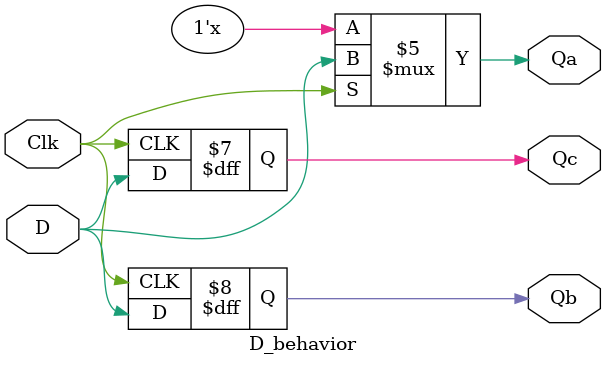
<source format=v>
`timescale 1ns / 1ps


module D_behavior (input D, input Clk, output reg Qa, output reg Qb, output reg Qc);

    always @ (D or Clk) begin
        if(Clk)
            begin
                Qa <= D;
            end
    end

    always @ (posedge Clk) begin
        if(Clk)
            begin
                Qb <= D;
            end
    end
    
    always @ (negedge Clk) begin
        if(!Clk)
            begin
                Qc <= D;
            end
    end
endmodule

</source>
